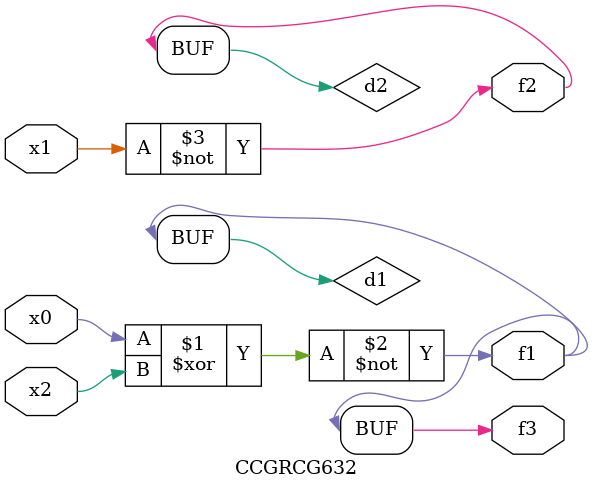
<source format=v>
module CCGRCG632(
	input x0, x1, x2,
	output f1, f2, f3
);

	wire d1, d2, d3;

	xnor (d1, x0, x2);
	nand (d2, x1);
	nor (d3, x1, x2);
	assign f1 = d1;
	assign f2 = d2;
	assign f3 = d1;
endmodule

</source>
